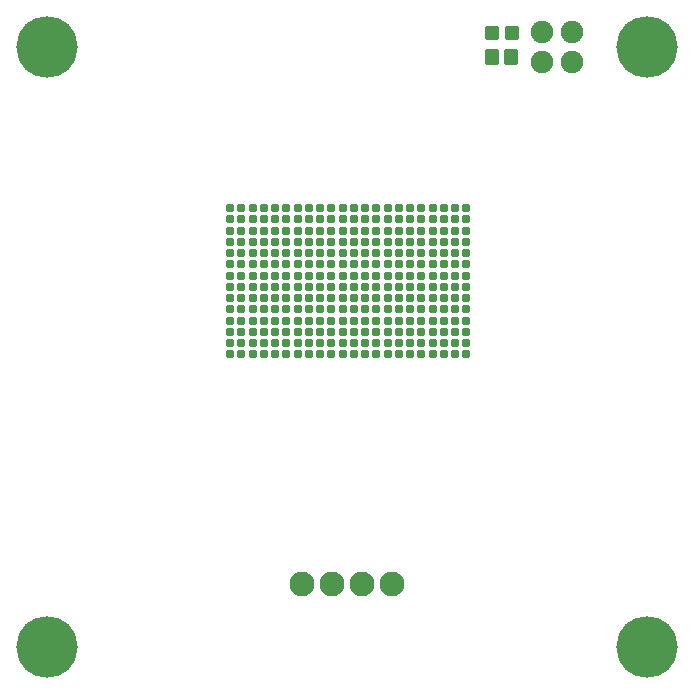
<source format=gts>
G04 Layer: TopSolderMaskLayer*
G04 EasyEDA v6.5.34, 2023-09-20 23:46:50*
G04 f0f59a666a6c4c9db337fc43e0a80986,5a6b42c53f6a479593ecc07194224c93,10*
G04 Gerber Generator version 0.2*
G04 Scale: 100 percent, Rotated: No, Reflected: No *
G04 Dimensions in millimeters *
G04 leading zeros omitted , absolute positions ,4 integer and 5 decimal *
%FSLAX45Y45*%
%MOMM*%

%AMMACRO1*1,1,$1,$2,$3*1,1,$1,$4,$5*1,1,$1,0-$2,0-$3*1,1,$1,0-$4,0-$5*20,1,$1,$2,$3,$4,$5,0*20,1,$1,$4,$5,0-$2,0-$3,0*20,1,$1,0-$2,0-$3,0-$4,0-$5,0*20,1,$1,0-$4,0-$5,$2,$3,0*4,1,4,$2,$3,$4,$5,0-$2,0-$3,0-$4,0-$5,$2,$3,0*%
%ADD10MACRO1,0.1016X-0.275X-0.275X-0.275X0.275*%
%ADD11MACRO1,0.2032X0.5X-0.55X-0.5X-0.55*%
%ADD12MACRO1,0.2032X-0.45X-0.5X-0.45X0.5*%
%ADD13C,5.2032*%
%ADD14C,1.9016*%
%ADD15C,2.1016*%
%ADD16C,0.0100*%

%LPD*%
D10*
G01*
X1930400Y4000491D03*
G01*
X2025416Y4000491D03*
G01*
X2025421Y4095513D03*
G01*
X1930400Y4095512D03*
G01*
X1930400Y3809993D03*
G01*
X2025416Y3809993D03*
G01*
X2025421Y3905016D03*
G01*
X1930400Y3905015D03*
G01*
X1930397Y3428993D03*
G01*
X2025413Y3428993D03*
G01*
X2025418Y3524016D03*
G01*
X1930397Y3524015D03*
G01*
X1930397Y3619491D03*
G01*
X2025413Y3619491D03*
G01*
X2025418Y3714513D03*
G01*
X1930397Y3714512D03*
G01*
X1930397Y3047993D03*
G01*
X2025413Y3047993D03*
G01*
X2025418Y3143016D03*
G01*
X1930397Y3143015D03*
G01*
X1930397Y3238491D03*
G01*
X2025413Y3238491D03*
G01*
X2025418Y3333513D03*
G01*
X1930397Y3333512D03*
G01*
X1930397Y2857493D03*
G01*
X2025413Y2857493D03*
G01*
X2025418Y2952516D03*
G01*
X1930397Y2952515D03*
G01*
X2120894Y2857493D03*
G01*
X2215911Y2857493D03*
G01*
X2215916Y2952516D03*
G01*
X2120894Y2952515D03*
G01*
X2120894Y3238491D03*
G01*
X2215911Y3238491D03*
G01*
X2215916Y3333513D03*
G01*
X2120894Y3333512D03*
G01*
X2120894Y3047993D03*
G01*
X2215911Y3047993D03*
G01*
X2215916Y3143016D03*
G01*
X2120894Y3143015D03*
G01*
X2120894Y3619491D03*
G01*
X2215911Y3619491D03*
G01*
X2215916Y3714513D03*
G01*
X2120894Y3714512D03*
G01*
X2120894Y3428993D03*
G01*
X2215911Y3428993D03*
G01*
X2215916Y3524016D03*
G01*
X2120894Y3524015D03*
G01*
X2120897Y3809993D03*
G01*
X2215913Y3809993D03*
G01*
X2215918Y3905016D03*
G01*
X2120897Y3905015D03*
G01*
X2120897Y4000491D03*
G01*
X2215913Y4000491D03*
G01*
X2215918Y4095513D03*
G01*
X2120897Y4095512D03*
G01*
X2311394Y2857493D03*
G01*
X2406411Y2857493D03*
G01*
X2406416Y2952516D03*
G01*
X2311394Y2952515D03*
G01*
X2311394Y3238491D03*
G01*
X2406411Y3238491D03*
G01*
X2406416Y3333513D03*
G01*
X2311394Y3333512D03*
G01*
X2311394Y3047993D03*
G01*
X2406411Y3047993D03*
G01*
X2406416Y3143016D03*
G01*
X2311394Y3143015D03*
G01*
X2311394Y3619491D03*
G01*
X2406411Y3619491D03*
G01*
X2406416Y3714513D03*
G01*
X2311394Y3714512D03*
G01*
X2311394Y3428993D03*
G01*
X2406411Y3428993D03*
G01*
X2406416Y3524016D03*
G01*
X2311394Y3524015D03*
G01*
X2311397Y3809993D03*
G01*
X2406413Y3809993D03*
G01*
X2406418Y3905016D03*
G01*
X2311397Y3905015D03*
G01*
X2311397Y4000491D03*
G01*
X2406413Y4000491D03*
G01*
X2406418Y4095513D03*
G01*
X2311397Y4095512D03*
G01*
X2501894Y2857493D03*
G01*
X2596911Y2857493D03*
G01*
X2596916Y2952516D03*
G01*
X2501894Y2952515D03*
G01*
X2501894Y3238491D03*
G01*
X2596911Y3238491D03*
G01*
X2596916Y3333513D03*
G01*
X2501894Y3333512D03*
G01*
X2501894Y3047993D03*
G01*
X2596911Y3047993D03*
G01*
X2596916Y3143016D03*
G01*
X2501894Y3143015D03*
G01*
X2501894Y3619491D03*
G01*
X2596911Y3619491D03*
G01*
X2596916Y3714513D03*
G01*
X2501894Y3714512D03*
G01*
X2501894Y3428993D03*
G01*
X2596911Y3428993D03*
G01*
X2596916Y3524016D03*
G01*
X2501894Y3524015D03*
G01*
X2501897Y3809993D03*
G01*
X2596913Y3809993D03*
G01*
X2596918Y3905016D03*
G01*
X2501897Y3905015D03*
G01*
X2501897Y4000491D03*
G01*
X2596913Y4000491D03*
G01*
X2596918Y4095513D03*
G01*
X2501897Y4095512D03*
G01*
X2692394Y2857493D03*
G01*
X2787411Y2857493D03*
G01*
X2787416Y2952516D03*
G01*
X2692394Y2952515D03*
G01*
X2692394Y3238491D03*
G01*
X2787411Y3238491D03*
G01*
X2787416Y3333513D03*
G01*
X2692394Y3333512D03*
G01*
X2692394Y3047993D03*
G01*
X2787411Y3047993D03*
G01*
X2787416Y3143016D03*
G01*
X2692394Y3143015D03*
G01*
X2692394Y3619491D03*
G01*
X2787411Y3619491D03*
G01*
X2787416Y3714513D03*
G01*
X2692394Y3714512D03*
G01*
X2692394Y3428993D03*
G01*
X2787411Y3428993D03*
G01*
X2787416Y3524016D03*
G01*
X2692394Y3524015D03*
G01*
X2692397Y3809993D03*
G01*
X2787413Y3809993D03*
G01*
X2787418Y3905016D03*
G01*
X2692397Y3905015D03*
G01*
X2692397Y4000491D03*
G01*
X2787413Y4000491D03*
G01*
X2787418Y4095513D03*
G01*
X2692397Y4095512D03*
G01*
X2882894Y2857493D03*
G01*
X2977911Y2857493D03*
G01*
X2977916Y2952516D03*
G01*
X2882894Y2952515D03*
G01*
X2882894Y3238491D03*
G01*
X2977911Y3238491D03*
G01*
X2977916Y3333513D03*
G01*
X2882894Y3333512D03*
G01*
X2882894Y3047993D03*
G01*
X2977911Y3047993D03*
G01*
X2977916Y3143016D03*
G01*
X2882894Y3143015D03*
G01*
X2882894Y3619491D03*
G01*
X2977911Y3619491D03*
G01*
X2977916Y3714513D03*
G01*
X2882894Y3714512D03*
G01*
X2882894Y3428993D03*
G01*
X2977911Y3428993D03*
G01*
X2977916Y3524016D03*
G01*
X2882894Y3524015D03*
G01*
X2882897Y3809993D03*
G01*
X2977913Y3809993D03*
G01*
X2977918Y3905016D03*
G01*
X2882897Y3905015D03*
G01*
X2882897Y4000491D03*
G01*
X2977913Y4000491D03*
G01*
X2977918Y4095513D03*
G01*
X2882897Y4095512D03*
G01*
X3835392Y4000491D03*
G01*
X3930408Y4000491D03*
G01*
X3930413Y4095513D03*
G01*
X3835392Y4095512D03*
G01*
X3835392Y3809993D03*
G01*
X3930408Y3809993D03*
G01*
X3930413Y3905016D03*
G01*
X3835392Y3905015D03*
G01*
X3835389Y3428993D03*
G01*
X3930406Y3428993D03*
G01*
X3930411Y3524016D03*
G01*
X3835389Y3524015D03*
G01*
X3835389Y3619491D03*
G01*
X3930406Y3619491D03*
G01*
X3930411Y3714513D03*
G01*
X3835389Y3714512D03*
G01*
X3835389Y3047993D03*
G01*
X3930406Y3047993D03*
G01*
X3930411Y3143016D03*
G01*
X3835389Y3143015D03*
G01*
X3835389Y3238491D03*
G01*
X3930406Y3238491D03*
G01*
X3930411Y3333513D03*
G01*
X3835389Y3333512D03*
G01*
X3835389Y2857493D03*
G01*
X3930406Y2857493D03*
G01*
X3930411Y2952516D03*
G01*
X3835389Y2952515D03*
G01*
X3644892Y4000491D03*
G01*
X3739908Y4000491D03*
G01*
X3739913Y4095513D03*
G01*
X3644892Y4095512D03*
G01*
X3644892Y3809993D03*
G01*
X3739908Y3809993D03*
G01*
X3739913Y3905016D03*
G01*
X3644892Y3905015D03*
G01*
X3644889Y3428993D03*
G01*
X3739906Y3428993D03*
G01*
X3739911Y3524016D03*
G01*
X3644889Y3524015D03*
G01*
X3644889Y3619491D03*
G01*
X3739906Y3619491D03*
G01*
X3739911Y3714513D03*
G01*
X3644889Y3714512D03*
G01*
X3644889Y3047993D03*
G01*
X3739906Y3047993D03*
G01*
X3739911Y3143016D03*
G01*
X3644889Y3143015D03*
G01*
X3644889Y3238491D03*
G01*
X3739906Y3238491D03*
G01*
X3739911Y3333513D03*
G01*
X3644889Y3333512D03*
G01*
X3644889Y2857493D03*
G01*
X3739906Y2857493D03*
G01*
X3739911Y2952516D03*
G01*
X3644889Y2952515D03*
G01*
X3454392Y4000491D03*
G01*
X3549408Y4000491D03*
G01*
X3549413Y4095513D03*
G01*
X3454392Y4095512D03*
G01*
X3454392Y3809993D03*
G01*
X3549408Y3809993D03*
G01*
X3549413Y3905016D03*
G01*
X3454392Y3905015D03*
G01*
X3454389Y3428993D03*
G01*
X3549406Y3428993D03*
G01*
X3549411Y3524016D03*
G01*
X3454389Y3524015D03*
G01*
X3454389Y3619491D03*
G01*
X3549406Y3619491D03*
G01*
X3549411Y3714513D03*
G01*
X3454389Y3714512D03*
G01*
X3454389Y3047993D03*
G01*
X3549406Y3047993D03*
G01*
X3549411Y3143016D03*
G01*
X3454389Y3143015D03*
G01*
X3454389Y3238491D03*
G01*
X3549406Y3238491D03*
G01*
X3549411Y3333513D03*
G01*
X3454389Y3333512D03*
G01*
X3454389Y2857493D03*
G01*
X3549406Y2857493D03*
G01*
X3549411Y2952516D03*
G01*
X3454389Y2952515D03*
G01*
X3263892Y4000491D03*
G01*
X3358908Y4000491D03*
G01*
X3358913Y4095513D03*
G01*
X3263892Y4095512D03*
G01*
X3263892Y3809993D03*
G01*
X3358908Y3809993D03*
G01*
X3358913Y3905016D03*
G01*
X3263892Y3905015D03*
G01*
X3263889Y3428993D03*
G01*
X3358906Y3428993D03*
G01*
X3358911Y3524016D03*
G01*
X3263889Y3524015D03*
G01*
X3263889Y3619491D03*
G01*
X3358906Y3619491D03*
G01*
X3358911Y3714513D03*
G01*
X3263889Y3714512D03*
G01*
X3263889Y3047993D03*
G01*
X3358906Y3047993D03*
G01*
X3358911Y3143016D03*
G01*
X3263889Y3143015D03*
G01*
X3263889Y3238491D03*
G01*
X3358906Y3238491D03*
G01*
X3358911Y3333513D03*
G01*
X3263889Y3333512D03*
G01*
X3263889Y2857493D03*
G01*
X3358906Y2857493D03*
G01*
X3358911Y2952516D03*
G01*
X3263889Y2952515D03*
G01*
X3073392Y2857493D03*
G01*
X3168408Y2857493D03*
G01*
X3168413Y2952516D03*
G01*
X3073392Y2952515D03*
G01*
X3073392Y3238491D03*
G01*
X3168408Y3238491D03*
G01*
X3168413Y3333513D03*
G01*
X3073392Y3333512D03*
G01*
X3073392Y3047993D03*
G01*
X3168408Y3047993D03*
G01*
X3168413Y3143016D03*
G01*
X3073392Y3143015D03*
G01*
X3073392Y3619491D03*
G01*
X3168408Y3619491D03*
G01*
X3168413Y3714513D03*
G01*
X3073392Y3714512D03*
G01*
X3073392Y3428993D03*
G01*
X3168408Y3428993D03*
G01*
X3168413Y3524016D03*
G01*
X3073392Y3524015D03*
G01*
X3073394Y3809993D03*
G01*
X3168411Y3809993D03*
G01*
X3168416Y3905016D03*
G01*
X3073394Y3905015D03*
G01*
X3073394Y4000491D03*
G01*
X3168411Y4000491D03*
G01*
X3168416Y4095513D03*
G01*
X3073394Y4095512D03*
D11*
G01*
X4149082Y5372089D03*
G01*
X4309082Y5372089D03*
D12*
G01*
X4144081Y5575282D03*
G01*
X4314080Y5575282D03*
D13*
G01*
X380992Y5460992D03*
D14*
G01*
X4571992Y5587992D03*
G01*
X4571992Y5333992D03*
G01*
X4825992Y5333992D03*
G01*
X4825992Y5587992D03*
D13*
G01*
X380992Y380992D03*
G01*
X5460992Y380992D03*
G01*
X5460992Y5460992D03*
D15*
G01*
X3301992Y914392D03*
G01*
X2539992Y914392D03*
G01*
X2793992Y914392D03*
G01*
X3047992Y914392D03*
M02*

</source>
